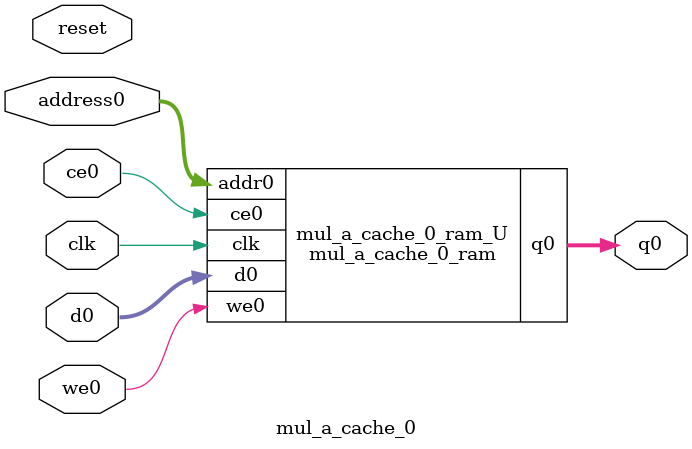
<source format=v>
`timescale 1 ns / 1 ps
module mul_a_cache_0_ram (addr0, ce0, d0, we0, q0,  clk);

parameter DWIDTH = 32;
parameter AWIDTH = 4;
parameter MEM_SIZE = 10;

input[AWIDTH-1:0] addr0;
input ce0;
input[DWIDTH-1:0] d0;
input we0;
output reg[DWIDTH-1:0] q0;
input clk;

(* ram_style = "distributed" *)reg [DWIDTH-1:0] ram[0:MEM_SIZE-1];




always @(posedge clk)  
begin 
    if (ce0) 
    begin
        if (we0) 
        begin 
            ram[addr0] <= d0; 
        end 
        q0 <= ram[addr0];
    end
end


endmodule

`timescale 1 ns / 1 ps
module mul_a_cache_0(
    reset,
    clk,
    address0,
    ce0,
    we0,
    d0,
    q0);

parameter DataWidth = 32'd32;
parameter AddressRange = 32'd10;
parameter AddressWidth = 32'd4;
input reset;
input clk;
input[AddressWidth - 1:0] address0;
input ce0;
input we0;
input[DataWidth - 1:0] d0;
output[DataWidth - 1:0] q0;



mul_a_cache_0_ram mul_a_cache_0_ram_U(
    .clk( clk ),
    .addr0( address0 ),
    .ce0( ce0 ),
    .we0( we0 ),
    .d0( d0 ),
    .q0( q0 ));

endmodule


</source>
